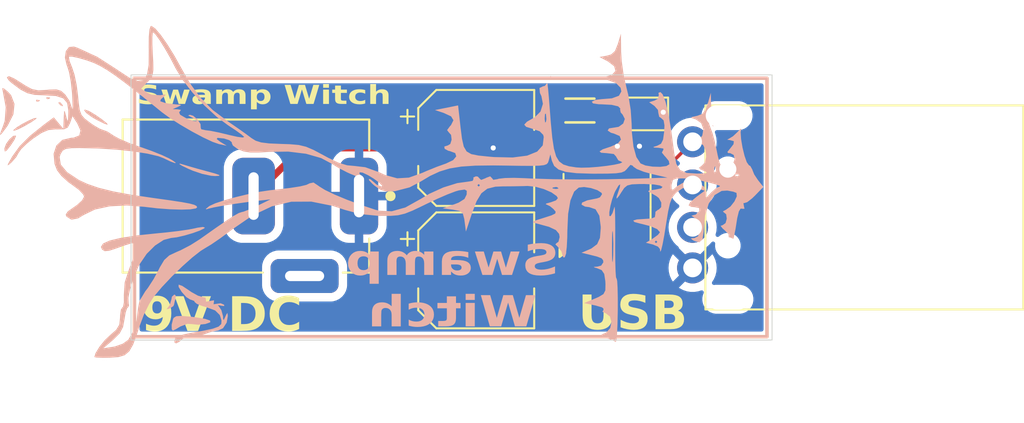
<source format=kicad_pcb>
(kicad_pcb (version 20240108) (generator "pcbnew") (generator_version "8.0")
  (layers (0 "F.Cu" signal) (31 "B.Cu" signal) (34 "B.Paste" user) (35 "F.Paste" user) (36 "B.SilkS" user "B.Silkscreen") (37 "F.SilkS" user "F.Silkscreen") (38 "B.Mask" user) (39 "F.Mask" user) (44 "Edge.Cuts" user))
  (net 0 "")
  (net 1 "Net-(U3-CAP-)")
  (net 2 "+9V")
  (net 3 "GND")
  (net 4 "+5V")
  (net 5 "Net-(D1-A)")
  (net 8 "Net-(U3-CAP+)")
  (footprint "swamp-witch:USB A RAPHCUA20E" (layer "F.Cu") (at 174.4264 92.7 180)
    (property "Reference" "J2" (hide yes))
    (property "Value" "USB_A")
    (fp_rect (start -9.35 -6) (end 9.35 6) (stroke (width 0.12)) (fill none) (layer "F.SilkS"))
    (pad "" np_thru_hole oval (at 8.0264 -5.4 180) (size 2.5 1.2) (drill oval 2.5 1.2) (layers "F&B.Cu" "*.Mask"))
    (pad "" np_thru_hole circle (at 8.0264 -2.25 180) (size 1 1) (drill 1) (layers "F&B.Cu" "*.Mask"))
    (pad "" np_thru_hole circle (at 8.0264 2.25 180) (size 1 1) (drill 1) (layers "F&B.Cu" "*.Mask"))
    (pad "" np_thru_hole oval (at 8.0772 5.4 180) (size 2.5 1.2) (drill oval 2.5 1.2) (layers "F&B.Cu" "*.Mask"))
    (pad "1" thru_hole circle (at 10.1 3.8608 180) (size 1.824 1.824) (drill 1.1) (layers "*.Cu" "*.Mask") (net 4 "+5V"))
    (pad "2" thru_hole circle (at 10.1 1.3208 180) (size 1.824 1.824) (drill 1.1) (layers "*.Cu" "*.Mask"))
    (pad "3" thru_hole circle (at 10.1 -1.1684 180) (size 1.824 1.824) (drill 1.1) (layers "*.Cu" "*.Mask"))
    (pad "4" thru_hole circle (at 10.1 -3.556 180) (size 1.824 1.824) (drill 1.1) (layers "*.Cu" "*.Mask") (net 3 "GND"))
  )
  (footprint "swamp-witch:power_jack" (layer "F.Cu") (at 138.05675 92.03175 180)
    (property "Reference" "J1" (hide yes))
    (property "Value" "dc_jack" (hide yes))
    (fp_line (start 7.25 4.5) (end 7.25 -4.5) (stroke (width 0.127)) (layer "F.SilkS"))
    (fp_line (start 7.25 4.5) (end -7.25 4.5) (stroke (width 0.127)) (layer "F.SilkS"))
    (fp_line (start 7.25 -4.5) (end -1 -4.5) (stroke (width 0.127)) (layer "F.SilkS"))
    (fp_line (start -7.25 4.5) (end -7.25 2.7) (stroke (width 0.127)) (layer "F.SilkS"))
    (fp_line (start -7.25 -2.5) (end -7.25 -4.5) (stroke (width 0.127)) (layer "F.SilkS"))
    (fp_line (start -7.25 -4.5) (end -5.7 -4.5) (stroke (width 0.127)) (layer "F.SilkS"))
    (fp_circle (center -8.5 0) (end -8.35 0) (stroke (width 0.3)) (fill none) (layer "F.SilkS"))
    (pad "1" thru_hole roundrect (at -6.65 0 270) (size 4.500001 2.25) (drill oval 2.5 0.6) (layers "*.Cu" "*.Mask") (net 3 "GND"))
    (pad "2" thru_hole roundrect (at -3.45 -4.7 180) (size 4 2) (drill oval 2.3 0.6) (layers "*.Cu" "*.Mask"))
    (pad "3" thru_hole roundrect (at -0.45 0 90) (size 4.5 2.5) (drill oval 2.8 0.6) (layers "*.Cu" "*.Mask") (net 2 "+9V"))
  )
  (footprint "LED_SMD:LED_0805_2012Metric" (layer "F.Cu") (at 161.2 87.2 180)
    (property "Reference" "D1" (hide yes))
    (property "Value" "LED")
    (fp_line (start 1 -0.96) (end -1.685 -0.96) (stroke (width 0.12)) (layer "F.SilkS"))
    (fp_line (start -1.685 0.96) (end 1 0.96) (stroke (width 0.12)) (layer "F.SilkS"))
    (fp_line (start -1.685 -0.96) (end -1.685 0.96) (stroke (width 0.12)) (layer "F.SilkS"))
    (pad "1" smd roundrect (at -0.9375 0 180) (size 0.975 1.4) (layers "F.Cu" "F.Paste" "F.Mask") (net 3 "GND"))
    (pad "2" smd roundrect (at 0.9375 0 180) (size 0.975 1.4) (layers "F.Cu" "F.Paste" "F.Mask") (net 5 "Net-(D1-A)"))
  )
  (footprint "Capacitor_SMD:CP_Elec_6.3x5.4" (layer "F.Cu") (at 151.6 96.4)
    (property "Reference" "C4" (hide yes))
    (property "Value" "10uF")
    (fp_line (start -4.4375 -1.8475) (end -3.65 -1.8475) (stroke (width 0.12)) (layer "F.SilkS"))
    (fp_line (start -4.04375 -2.24125) (end -4.04375 -1.45375) (stroke (width 0.12)) (layer "F.SilkS"))
    (fp_line (start -3.41 -2.345563) (end -3.41 -1.06) (stroke (width 0.12)) (layer "F.SilkS"))
    (fp_line (start -3.41 -2.345563) (end -2.345563 -3.41) (stroke (width 0.12)) (layer "F.SilkS"))
    (fp_line (start -3.41 2.345563) (end -3.41 1.06) (stroke (width 0.12)) (layer "F.SilkS"))
    (fp_line (start -3.41 2.345563) (end -2.345563 3.41) (stroke (width 0.12)) (layer "F.SilkS"))
    (fp_line (start -2.345563 -3.41) (end 3.41 -3.41) (stroke (width 0.12)) (layer "F.SilkS"))
    (fp_line (start -2.345563 3.41) (end 3.41 3.41) (stroke (width 0.12)) (layer "F.SilkS"))
    (fp_line (start 3.41 -3.41) (end 3.41 -1.06) (stroke (width 0.12)) (layer "F.SilkS"))
    (fp_line (start 3.41 3.41) (end 3.41 1.06) (stroke (width 0.12)) (layer "F.SilkS"))
    (pad "1" smd roundrect (at -2.8 0) (size 3.5 1.6) (layers "F.Cu" "F.Paste" "F.Mask") (roundrect_rratio 0.15625) (net 8 "Net-(U3-CAP+)"))
    (pad "2" smd roundrect (at 2.8 0) (size 3.5 1.6) (layers "F.Cu" "F.Paste" "F.Mask") (roundrect_rratio 0.15625) (net 1 "Net-(U3-CAP-)"))
  )
  (footprint "swamp-witch:R_0603" (layer "F.Cu") (at 157.7 87 180)
    (property "Reference" "R3" (hide yes))
    (property "Value" "4k7" (hide yes))
    (fp_line (start 0.85 0.7) (end -0.85 0.7) (stroke (width 0.15)) (layer "F.SilkS"))
    (fp_line (start -0.85 -0.7) (end 0.85 -0.7) (stroke (width 0.15)) (layer "F.SilkS"))
    (pad "1" smd rect (at -0.85 0 180) (size 1 1) (layers "F.Cu" "F.Paste" "F.Mask") (net 5 "Net-(D1-A)"))
    (pad "2" smd rect (at 0.85 0 180) (size 1 1) (layers "F.Cu" "F.Paste" "F.Mask") (net 2 "+9V"))
  )
  (footprint "Package_SO:SOIC-8_3.9x4.9mm_P1.27mm" (layer "F.Cu") (at 159.295 92.675 90)
    (property "Reference" "U3" (hide yes))
    (property "Value" "LTC660")
    (fp_line (start 0 -2.56) (end 1.95 -2.56) (stroke (width 0.12)) (layer "F.SilkS"))
    (fp_line (start 0 -2.56) (end -1.95 -2.56) (stroke (width 0.12)) (layer "F.SilkS"))
    (fp_line (start 0 2.56) (end 1.95 2.56) (stroke (width 0.12)) (layer "F.SilkS"))
    (fp_line (start 0 2.56) (end -1.95 2.56) (stroke (width 0.12)) (layer "F.SilkS"))
    (fp_poly (pts (xy -2.7 -2.465) (xy -2.94 -2.795) (xy -2.46 -2.795) (xy -2.7 -2.465)) (stroke (width 0.12)) (fill solid) (layer "F.SilkS"))
    (pad "1" smd roundrect (at -2.475 -1.905 90) (size 1.95 0.6) (layers "F.Cu" "F.Paste" "F.Mask") (net 2 "+9V"))
    (pad "2" smd roundrect (at -2.475 -0.635 90) (size 1.95 0.6) (layers "F.Cu" "F.Paste" "F.Mask") (net 8 "Net-(U3-CAP+)"))
    (pad "3" smd roundrect (at -2.475 0.635 90) (size 1.95 0.6) (layers "F.Cu" "F.Paste" "F.Mask") (net 4 "+5V"))
    (pad "4" smd roundrect (at -2.475 1.905 90) (size 1.95 0.6) (layers "F.Cu" "F.Paste" "F.Mask") (net 1 "Net-(U3-CAP-)"))
    (pad "5" smd roundrect (at 2.475 1.905 90) (size 1.95 0.6) (layers "F.Cu" "F.Paste" "F.Mask") (net 3 "GND"))
    (pad "6" smd roundrect (at 2.475 0.635 90) (size 1.95 0.6) (layers "F.Cu" "F.Paste" "F.Mask") (net 3 "GND"))
    (pad "7" smd roundrect (at 2.475 -0.635 90) (size 1.95 0.6) (layers "F.Cu" "F.Paste" "F.Mask"))
    (pad "8" smd roundrect (at 2.475 -1.905 90) (size 1.95 0.6) (layers "F.Cu" "F.Paste" "F.Mask") (net 2 "+9V"))
  )
  (footprint "Capacitor_SMD:CP_Elec_6.3x5.4" (layer "F.Cu") (at 151.6 89.2)
    (property "Reference" "C5" (hide yes))
    (property "Value" "10uF")
    (fp_line (start -4.4375 -1.8475) (end -3.65 -1.8475) (stroke (width 0.12)) (layer "F.SilkS"))
    (fp_line (start -4.04375 -2.24125) (end -4.04375 -1.45375) (stroke (width 0.12)) (layer "F.SilkS"))
    (fp_line (start -3.41 -2.345563) (end -3.41 -1.06) (stroke (width 0.12)) (layer "F.SilkS"))
    (fp_line (start -3.41 -2.345563) (end -2.345563 -3.41) (stroke (width 0.12)) (layer "F.SilkS"))
    (fp_line (start -3.41 2.345563) (end -3.41 1.06) (stroke (width 0.12)) (layer "F.SilkS"))
    (fp_line (start -3.41 2.345563) (end -2.345563 3.41) (stroke (width 0.12)) (layer "F.SilkS"))
    (fp_line (start -2.345563 -3.41) (end 3.41 -3.41) (stroke (width 0.12)) (layer "F.SilkS"))
    (fp_line (start -2.345563 3.41) (end 3.41 3.41) (stroke (width 0.12)) (layer "F.SilkS"))
    (fp_line (start 3.41 -3.41) (end 3.41 -1.06) (stroke (width 0.12)) (layer "F.SilkS"))
    (fp_line (start 3.41 3.41) (end 3.41 1.06) (stroke (width 0.12)) (layer "F.SilkS"))
    (pad "1" smd roundrect (at -2.8 0) (size 3.5 1.6) (layers "F.Cu" "F.Paste" "F.Mask") (roundrect_rratio 0.15625) (net 2 "+9V"))
    (pad "2" smd roundrect (at 2.8 0) (size 3.5 1.6) (layers "F.Cu" "F.Paste" "F.Mask") (roundrect_rratio 0.15625) (net 3 "GND"))
  )
  (footprint "swamp-witch-designs:season of the witch - tree" (layer "B.Cu") (at 143.05 93.59 90)
    (property "Reference" "G***" (hide yes))
    (property "Value" "LOGO" (hide yes))
    (fp_poly (pts (xy 8.617857 12.926786) (xy 8.542261 12.851191) (xy 8.466666 12.926786) (xy 8.542261 13.002381)) (fill solid) (layer "B.SilkS"))
    (fp_poly (pts (xy 7.206746 -17.13492) (xy 7.22484 -17.314348) (xy 7.206746 -17.336508) (xy 7.116863 -17.315754) (xy 7.105952 -17.235714) (xy 7.16127 -17.111267)) (fill solid) (layer "B.SilkS"))
    (fp_poly (pts (xy 7.357936 -16.530158) (xy 7.376031 -16.709586) (xy 7.357936 -16.731746) (xy 7.268053 -16.710992) (xy 7.257142 -16.630952) (xy 7.312461 -16.506505)) (fill solid) (layer "B.SilkS"))
    (fp_poly (pts (xy 6.931401 -15.784967) (xy 7.093711 -15.9372) (xy 7.060416 -16.024718) (xy 7.039279 -16.02619) (xy 6.9114 -15.918803) (xy 6.864729 -15.851639) (xy 6.846909 -15.748181)) (fill solid) (layer "B.SilkS"))
    (fp_poly (pts (xy 5.841887 -13.170387) (xy 6.078111 -13.467158) (xy 6.336839 -13.837879) (xy 6.560249 -14.213074) (xy 6.646287 -14.455944) (xy 6.609468 -14.513014) (xy 6.443402 -14.388688) (xy 6.207839 -14.069281) (xy 6.027206 -13.758883) (xy 5.808245 -13.31416) (xy 5.749202 -13.118691)) (fill solid) (layer "B.SilkS"))
    (fp_poly (pts (xy 5.116123 -18.521678) (xy 5.099967 -18.680844) (xy 4.907513 -18.899978) (xy 4.630688 -19.099446) (xy 4.361419 -19.199615) (xy 4.331717 -19.20119) (xy 4.176407 -19.173769) (xy 4.232285 -19.064797) (xy 4.520818 -18.834215) (xy 4.533311 -18.824986) (xy 4.862908 -18.608868) (xy 5.081538 -18.515449)) (fill solid) (layer "B.SilkS"))
    (fp_poly (pts (xy 6.137303 -17.459379) (xy 6.002278 -17.777476) (xy 5.805045 -18.1521) (xy 5.597526 -18.485161) (xy 5.431639 -18.678565) (xy 5.42348 -18.683999) (xy 5.395008 -18.624868) (xy 5.495567 -18.362936) (xy 5.672546 -18.013142) (xy 5.907276 -17.608798) (xy 6.08566 -17.350951) (xy 6.158202 -17.2959)) (fill solid) (layer "B.SilkS"))
    (fp_poly (pts (xy -4.270869 -9.131109) (xy -4.233334 -9.206443) (xy -4.358333 -9.347055) (xy -4.505477 -9.373809) (xy -4.846705 -9.474153) (xy -4.968005 -9.562797) (xy -5.098439 -9.6626) (xy -5.067674 -9.51386) (xy -5.057663 -9.487202) (xy -4.91668 -9.264893) (xy -4.834285 -9.222619) (xy -4.597383 -9.173381) (xy -4.472485 -9.130848)) (fill solid) (layer "B.SilkS"))
    (fp_poly (pts (xy 2.880593 -6.794217) (xy 3.008204 -7.257143) (xy 3.160365 -7.818253) (xy 3.298356 -8.303871) (xy 3.38306 -8.580059) (xy 3.466132 -8.871333) (xy 3.443216 -8.91628) (xy 3.334862 -8.743204) (xy 3.161621 -8.380411) (xy 3.05163 -8.123566) (xy 2.865692 -7.574559) (xy 2.752251 -7.044151) (xy 2.734737 -6.800649) (xy 2.751881 -6.566018) (xy 2.795724 -6.555902)) (fill solid) (layer "B.SilkS"))
    (fp_poly (pts (xy 7.492985 -18.803309) (xy 7.694303 -18.988038) (xy 7.900022 -19.242664) (xy 7.905675 -19.327501) (xy 7.759366 -19.301463) (xy 6.783072 -19.12042) (xy 5.976819 -19.181709) (xy 5.705438 -19.271573) (xy 5.354411 -19.405808) (xy 5.156566 -19.457349) (xy 5.140476 -19.450567) (xy 5.252936 -19.338837) (xy 5.537957 -19.120851) (xy 5.715567 -18.994966) (xy 6.368774 -18.667145) (xy 6.974715 -18.603212)) (fill solid) (layer "B.SilkS"))
    (fp_poly (pts (xy -5.76473 -7.098314) (xy -5.663766 -7.39027) (xy -5.567964 -7.959484) (xy -5.53239 -8.259415) (xy -5.488482 -8.786972) (xy -5.507573 -9.089439) (xy -5.599927 -9.239473) (xy -5.676568 -9.27995) (xy -6.007558 -9.361886) (xy -6.27103 -9.357856) (xy -6.35 -9.292895) (xy -6.275669 -9.120973) (xy -6.110677 -8.846726) (xy -5.955234 -8.436041) (xy -5.970753 -8.168291) (xy -6.010171 -7.796066) (xy -5.965705 -7.37956) (xy -5.866746 -7.091962)) (fill solid) (layer "B.SilkS"))
    (fp_poly (pts (xy -5.313732 -6.079988) (xy -5.407739 -6.149812) (xy -5.518453 -6.198809) (xy -5.732319 -6.299883) (xy -5.665203 -6.33258) (xy -5.510893 -6.339373) (xy -5.151888 -6.437574) (xy -4.997272 -6.538988) (xy -4.854947 -6.640492) (xy -4.876056 -6.495117) (xy -4.889707 -6.45554) (xy -4.911067 -6.268922) (xy -4.830214 -6.279276) (xy -4.745033 -6.481133) (xy -4.772548 -6.684038) (xy -4.803419 -6.897297) (xy -4.686905 -6.879166) (xy -4.570447 -6.866849) (xy -4.606697 -7.091262) (xy -4.61131 -7.105952) (xy -4.650186 -7.343642) (xy -4.551912 -7.342748) (xy -4.414017 -7.369623) (xy -4.384524 -7.521227) (xy -4.298254 -7.816938) (xy -4.083493 -8.205272) (xy -4.006548 -8.315476) (xy -3.723279 -8.738248) (xy -3.64929 -8.951927) (xy -3.783956 -8.952756) (xy -4.082143 -8.769047) (xy -4.381913 -8.501229) (xy -4.531787 -8.26083) (xy -4.535715 -8.229585) (xy -4.610797 -8.034944) (xy -4.668957 -8.013095) (xy -4.780854 -7.880425) (xy -4.913505 -7.543746) (xy -4.975091 -7.326477) (xy -5.16855 -6.804363) (xy -5.432927 -6.53714) (xy -5.484408 -6.514796) (xy -5.764258 -6.429752) (xy -5.967039 -6.44501) (xy -6.117542 -6.601866) (xy -6.24056 -6.94162) (xy -6.360885 -7.505567) (xy -6.475047 -8.164956) (xy -6.568677 -8.619789) (xy -6.670094 -8.959919) (xy -6.705031 -9.034302) (xy -6.891296 -9.199218) (xy -7.062985 -9.19424) (xy -7.105953 -9.089941) (xy -7.002311 -8.894451) (xy -6.868656 -8.760324) (xy -6.702962 -8.456197) (xy -6.709541 -8.264417) (xy -6.705324 -7.929221) (xy -6.592321 -7.500695) (xy -6.568861 -7.441642) (xy -6.422067 -7.017904) (xy -6.351184 -6.671038) (xy -6.35 -6.639236) (xy -6.216204 -6.341889) (xy -5.884008 -6.125477) (xy -5.490595 -6.058245)) (fill solid) (layer "B.SilkS"))
    (fp_poly (pts (xy 2.50439 25.116964) (xy 2.835449 24.897163) (xy 3.089667 24.795987) (xy 3.103618 24.795238) (xy 3.322372 24.674504) (xy 3.373872 24.586675) (xy 3.552549 24.460538) (xy 3.93422 24.327877) (xy 4.420753 24.209668) (xy 4.914016 24.126886) (xy 5.315875 24.10051) (xy 5.501403 24.131901) (xy 5.527231 24.112238) (xy 5.357882 23.947849) (xy 5.347673 23.939013) (xy 5.077597 23.652602) (xy 4.943835 23.434524) (xy 4.876185 23.308066) (xy 4.850031 23.472322) (xy 4.787265 23.701222) (xy 4.608841 23.681956) (xy 4.358631 23.486687) (xy 4.15357 23.320665) (xy 4.087374 23.36607) (xy 4.082142 23.486687) (xy 3.974963 23.694786) (xy 3.729697 23.74763) (xy 3.460751 23.656338) (xy 3.282534 23.43203) (xy 3.275521 23.408286) (xy 3.2295 23.149533) (xy 3.293205 22.979684) (xy 3.521086 22.859239) (xy 3.967597 22.748701) (xy 4.266705 22.689276) (xy 4.808189 22.570907) (xy 5.255945 22.44893) (xy 5.478603 22.365297) (xy 5.793868 22.25079) (xy 5.932174 22.235627) (xy 5.971494 22.29367) (xy 5.820833 22.389921) (xy 5.639718 22.485862) (xy 5.726894 22.489323) (xy 5.896428 22.456954) (xy 6.287738 22.405125) (xy 6.80056 22.369751) (xy 6.954761 22.36462) (xy 7.635119 22.34892) (xy 7.105952 22.199529) (xy 6.642971 22.038664) (xy 6.396412 21.849212) (xy 6.282844 21.563568) (xy 6.275494 21.526606) (xy 6.207367 21.221817) (xy 6.149147 21.205905) (xy 6.064398 21.468935) (xy 6.064367 21.469048) (xy 5.84673 21.780636) (xy 5.490577 21.912149) (xy 5.114204 21.843141) (xy 4.90562 21.669321) (xy 4.747673 21.489491) (xy 4.695974 21.554558) (xy 4.691713 21.64186) (xy 4.559671 21.894389) (xy 4.247311 22.043069) (xy 3.862864 22.074465) (xy 3.514559 21.975142) (xy 3.34352 21.809227) (xy 3.223817 21.64989) (xy 3.124899 21.735252) (xy 3.04321 21.922619) (xy 2.955021 22.106485) (xy 2.907499 22.071099) (xy 2.886799 21.783197) (xy 2.882202 21.535743) (xy 2.921183 20.927083) (xy 3.093362 20.542386) (xy 3.453737 20.320261) (xy 4.057304 20.19932) (xy 4.082142 20.196327) (xy 5.36409 20.026788) (xy 6.372294 19.855894) (xy 7.099212 19.685346) (xy 7.537299 19.516846) (xy 7.674246 19.38619) (xy 7.630397 19.265714) (xy 7.51022 19.287618) (xy 7.286568 19.241137) (xy 7.180847 19.047794) (xy 7.077234 18.721338) (xy 6.86067 19.030527) (xy 6.624784 19.237994) (xy 6.440967 19.261764) (xy 6.223484 19.310469) (xy 6.14568 19.42395) (xy 6.011549 19.571445) (xy 5.714503 19.620575) (xy 5.334676 19.602307) (xy 4.878834 19.538346) (xy 4.636542 19.417928) (xy 4.519169 19.195578) (xy 4.515243 19.181872) (xy 4.444685 18.962469) (xy 4.412231 19.010891) (xy 4.397279 19.276786) (xy 4.355561 19.553088) (xy 4.270253 19.55694) (xy 4.261874 19.544575) (xy 4.117828 19.467361) (xy 3.900662 19.643186) (xy 3.878971 19.668153) (xy 3.622434 19.876386) (xy 3.432342 19.913556) (xy 3.324386 19.734607) (xy 3.278084 19.367904) (xy 3.290352 18.921063) (xy 3.358108 18.501702) (xy 3.478269 18.217436) (xy 3.481024 18.214063) (xy 3.851356 17.969899) (xy 4.475166 17.796552) (xy 5.309821 17.703565) (xy 5.821314 17.690129) (xy 6.626956 17.635919) (xy 7.494539 17.4951) (xy 7.9375 17.386905) (xy 8.670087 17.223047) (xy 9.483886 17.108587) (xy 10.053685 17.072905) (xy 11.1125 17.061286) (xy 10.508416 16.879263) (xy 10.095474 16.712635) (xy 9.890301 16.485787) (xy 9.820798 16.248323) (xy 9.737263 15.799405) (xy 9.471196 16.300176) (xy 9.192938 16.660673) (xy 8.921537 16.739741) (xy 8.701797 16.539917) (xy 8.605753 16.25113) (xy 8.515724 15.799405) (xy 8.394752 16.252977) (xy 8.193231 16.779347) (xy 7.927191 17.040457) (xy 7.709835 17.084524) (xy 7.458636 16.943053) (xy 7.30678 16.527379) (xy 7.259207 15.921721) (xy 7.214671 15.558609) (xy 7.109958 15.348478) (xy 7.105952 15.345834) (xy 7.009384 15.416982) (xy 6.959258 15.744426) (xy 6.954761 15.929307) (xy 6.923109 16.519966) (xy 6.835293 16.898535) (xy 6.702021 17.026585) (xy 6.653669 17.009725) (xy 6.473977 17.047483) (xy 6.351255 17.158607) (xy 6.094798 17.289137) (xy 5.823549 17.193457) (xy 5.631765 16.927391) (xy 5.594047 16.710151) (xy 5.53951 16.361152) (xy 5.415553 16.278711) (xy 5.281656 16.473685) (xy 5.235984 16.644782) (xy 5.090695 16.986535) (xy 4.880332 17.061514) (xy 4.655547 16.882303) (xy 4.466993 16.461488) (xy 4.464625 16.453136) (xy 4.308547 15.988686) (xy 4.185606 15.801164) (xy 4.106644 15.896959) (xy 4.082142 16.227778) (xy 4.033029 16.638189) (xy 3.880541 16.781591) (xy 3.866443 16.782143) (xy 3.658759 16.907823) (xy 3.599551 17.046727) (xy 3.544368 17.144115) (xy 3.476413 16.999368) (xy 3.403759 16.672012) (xy 3.334477 16.221573) (xy 3.276639 15.707577) (xy 3.238317 15.18955) (xy 3.227581 14.727019) (xy 3.244939 14.4316) (xy 3.311541 14.001882) (xy 3.415879 13.673425) (xy 3.596977 13.428758) (xy 3.89386 13.250408) (xy 4.345556 13.120906) (xy 4.991088 13.022778) (xy 5.869483 12.938554) (xy 6.727976 12.872266) (xy 7.372346 12.821348) (xy 7.865973 12.776138) (xy 8.156932 12.741839) (xy 8.202083 12.724531) (xy 8.033591 12.578283) (xy 8.013095 12.473215) (xy 7.914026 12.271201) (xy 7.62645 12.29558) (xy 7.434582 12.383571) (xy 6.981894 12.472501) (xy 6.526191 12.327699) (xy 6.190973 11.990075) (xy 6.178963 11.967652) (xy 5.93126 11.5323) (xy 5.759684 11.373347) (xy 5.631853 11.484956) (xy 5.518452 11.848549) (xy 5.368032 12.283479) (xy 5.1612 12.48618) (xy 5.034882 12.520506) (xy 4.541817 12.462644) (xy 4.174929 12.135014) (xy 3.936387 11.543628) (xy 3.828355 10.6945) (xy 3.853 9.59364) (xy 3.877421 9.307997) (xy 3.940857 8.686512) (xy 4.025627 8.260534) (xy 4.184082 7.985762) (xy 4.468573 7.817899) (xy 4.931452 7.712643) (xy 5.62507 7.625697) (xy 5.902069 7.594757) (xy 6.890448 7.483929) (xy 6.6181 6.123215) (xy 6.446252 6.641026) (xy 6.246997 7.071062) (xy 6.017634 7.20987) (xy 5.733951 7.068546) (xy 5.661543 7.000659) (xy 5.437266 6.836335) (xy 5.329014 6.918315) (xy 5.156795 7.069935) (xy 4.874969 7.103383) (xy 4.62278 7.025528) (xy 4.535714 6.879167) (xy 4.471494 6.671939) (xy 4.337437 6.692863) (xy 4.221445 6.912116) (xy 4.206051 6.991015) (xy 4.086736 7.313892) (xy 3.892233 7.375721) (xy 3.67155 7.191152) (xy 3.473697 6.774834) (xy 3.472726 6.771816) (xy 3.279879 6.234837) (xy 3.031678 5.622899) (xy 2.918842 5.367262) (xy 2.644281 4.590804) (xy 2.603688 3.902017) (xy 2.798306 3.195512) (xy 2.948214 2.872619) (xy 3.255274 2.025328) (xy 3.32619 1.422151) (xy 3.369128 0.957045) (xy 3.518571 0.465138) (xy 3.805463 -0.144035) (xy 3.959826 -0.430282) (xy 4.268826 -1.009896) (xy 4.459153 -1.454555) (xy 4.562038 -1.881346) (xy 4.60871 -2.407354) (xy 4.625326 -2.925381) (xy 4.654675 -3.624292) (xy 4.713299 -4.098337) (xy 4.816457 -4.424704) (xy 4.969982 -4.668747) (xy 5.20862 -4.989414) (xy 5.545496 -5.464647) (xy 5.911677 -5.997043) (xy 5.946883 -6.049128) (xy 6.624347 -6.949975) (xy 7.343542 -7.669246) (xy 8.197026 -8.288558) (xy 9.014683 -8.754301) (xy 9.798527 -9.188879) (xy 10.484558 -9.613106) (xy 11.033618 -9.99861) (xy 11.406549 -10.31702) (xy 11.564193 -10.539965) (xy 11.557719 -10.596846) (xy 11.364726 -10.667261) (xy 10.927992 -10.707406) (xy 10.305059 -10.712772) (xy 10.134723 -10.708398) (xy 9.272394 -10.715769) (xy 8.691931 -10.814631) (xy 8.381602 -11.024133) (xy 8.329674 -11.363425) (xy 8.524414 -11.851655) (xy 8.954088 -12.507972) (xy 8.99654 -12.565978) (xy 9.748982 -13.735777) (xy 10.275443 -14.879482) (xy 10.352225 -15.105431) (xy 10.325372 -15.397713) (xy 10.083788 -15.585763) (xy 9.705184 -15.642239) (xy 9.267271 -15.539797) (xy 9.202856 -15.509826) (xy 8.843023 -15.396503) (xy 8.288782 -15.295232) (xy 7.648029 -15.22483) (xy 7.518816 -15.216099) (xy 7.015547 -15.191116) (xy 6.715774 -15.186873) (xy 6.659254 -15.20327) (xy 6.727976 -15.218069) (xy 7.177118 -15.380814) (xy 7.536749 -15.622523) (xy 7.749263 -15.863651) (xy 7.834552 -16.136996) (xy 7.821633 -16.559413) (xy 7.805943 -16.706547) (xy 7.776542 -17.202275) (xy 7.852808 -17.576941) (xy 8.074065 -17.98453) (xy 8.168897 -18.12781) (xy 8.48529 -18.632551) (xy 8.610348 -18.931769) (xy 8.552333 -19.047093) (xy 8.521131 -19.05) (xy 8.361257 -18.945744) (xy 8.213609 -18.785416) (xy 7.828049 -18.268984) (xy 7.607343 -17.853184) (xy 7.507101 -17.420354) (xy 7.482937 -16.852833) (xy 7.482932 -16.848597) (xy 7.443565 -16.169304) (xy 7.304426 -15.738776) (xy 7.031324 -15.510591) (xy 6.590065 -15.43833) (xy 6.44488 -15.439316) (xy 6.069846 -15.454452) (xy 5.975087 -15.481404) (xy 6.138543 -15.537418) (xy 6.274404 -15.572619) (xy 6.54366 -15.646629) (xy 6.561038 -15.683912) (xy 6.305538 -15.703681) (xy 6.123214 -15.710951) (xy 5.518452 -15.733869) (xy 6.19048 -16.294701) (xy 5.757252 -16.8786) (xy 5.097681 -17.701935) (xy 4.496948 -18.301216) (xy 3.898804 -18.732011) (xy 3.855357 -18.75742) (xy 3.495014 -18.961484) (xy 3.359405 -19.01606) (xy 3.411879 -18.923684) (xy 3.535118 -18.779568) (xy 3.843136 -18.504224) (xy 4.095045 -18.365547) (xy 4.326114 -18.202458) (xy 4.649186 -17.866612) (xy 4.938415 -17.504413) (xy 5.272768 -17.004082) (xy 5.439348 -16.606856) (xy 5.481801 -16.19966) (xy 5.479091 -16.103672) (xy 5.485809 -15.691159) (xy 5.587796 -15.472258) (xy 5.836707 -15.341361) (xy 5.855161 -15.334801) (xy 6.258519 -15.192947) (xy 5.838473 -14.917723) (xy 5.411398 -14.726175) (xy 5.126753 -14.796037) (xy 4.996483 -15.12242) (xy 4.989285 -15.265493) (xy 4.865545 -15.788888) (xy 4.531218 -16.143931) (xy 4.041647 -16.306204) (xy 3.452175 -16.251287) (xy 3.080849 -16.107579) (xy 2.740966 -15.849447) (xy 2.373226 -15.440624) (xy 2.204149 -15.200437) (xy 1.917886 -14.814912) (xy 1.651315 -14.565988) (xy 1.525671 -14.514285) (xy 1.30523 -14.633918) (xy 1.030896 -14.936328) (xy 0.91168 -15.111705) (xy 0.655612 -15.474653) (xy 0.469617 -15.594929) (xy 0.346822 -15.546764) (xy 0.167994 -15.255589) (xy 0.243749 -14.866748) (xy 0.460225 -14.50494) (xy 0.769017 -13.859795) (xy 0.954064 -13.001672) (xy 1.006541 -11.997283) (xy 0.92687 -10.977727) (xy 0.836018 -10.197375) (xy 0.780571 -9.445596) (xy 0.761116 -8.779865) (xy 0.778238 -8.257658) (xy 0.832521 -7.936449) (xy 0.89513 -7.861904) (xy 0.974143 -7.898701) (xy 1.046356 -8.03551) (xy 1.120233 -8.311961) (xy 1.204241 -8.767685) (xy 1.306845 -9.442309) (xy 1.436512 -10.375465) (xy 1.444199 -10.432143) (xy 1.638686 -11.743901) (xy 1.83524 -12.799526) (xy 2.045128 -13.645124) (xy 2.279614 -14.326803) (xy 2.520495 -14.837355) (xy 2.967718 -15.510247) (xy 3.412356 -15.880789) (xy 3.854397 -15.948971) (xy 4.025256 -15.893985) (xy 4.223787 -15.772304) (xy 4.331712 -15.582523) (xy 4.375492 -15.242181) (xy 4.382063 -14.78211) (xy 4.355811 -13.685125) (xy 4.287455 -12.612912) (xy 4.184114 -11.62471) (xy 4.052908 -10.779756) (xy 3.900955 -10.137288) (xy 3.788706 -9.844913) (xy 3.587042 -9.418436) (xy 3.496422 -9.16597) (xy 3.517665 -9.117187) (xy 3.651588 -9.301758) (xy 3.779889 -9.525) (xy 3.967065 -9.925348) (xy 4.197925 -10.501863) (xy 4.427687 -11.14156) (xy 4.465383 -11.254431) (xy 4.686872 -11.8652) (xy 4.918082 -12.404564) (xy 5.116099 -12.774382) (xy 5.15195 -12.824522) (xy 5.358974 -13.142676) (xy 5.442857 -13.378062) (xy 5.526084 -13.600427) (xy 5.737643 -13.958623) (xy 5.880319 -14.165673) (xy 6.117198 -14.474269) (xy 6.333021 -14.661557) (xy 6.616588 -14.76698) (xy 7.056701 -14.829982) (xy 7.45667 -14.865844) (xy 8.10028 -14.948871) (xy 8.700328 -15.074699) (xy 9.128661 -15.216356) (xy 9.133975 -15.218869) (xy 9.494648 -15.362188) (xy 9.728768 -15.402442) (xy 9.75755 -15.390465) (xy 9.757359 -15.214666) (xy 9.675221 -14.835212) (xy 9.528883 -14.333922) (xy 9.52736 -14.329206) (xy 9.392777 -13.961) (xy 9.216273 -13.586222) (xy 8.973807 -13.170111) (xy 8.64134 -12.677911) (xy 8.194832 -12.074862) (xy 7.610242 -11.326205) (xy 6.863529 -10.397181) (xy 6.490605 -9.938491) (xy 6.142052 -9.460545) (xy 5.749635 -8.844719) (xy 5.356905 -8.169071) (xy 5.007416 -7.511661) (xy 4.744718 -6.950548) (xy 4.615 -6.576785) (xy 4.518461 -6.123214) (xy 4.748515 -6.50119) (xy 4.912533 -6.711676) (xy 4.981324 -6.666159) (xy 4.981863 -6.652381) (xy 4.943902 -6.281211) (xy 4.844402 -5.970302) (xy 4.720947 -5.821066) (xy 4.676154 -5.827477) (xy 4.531757 -5.761398) (xy 4.339032 -5.497482) (xy 4.300932 -5.427393) (xy 4.202739 -5.182265) (xy 5.001763 -5.182265) (xy 5.042815 -5.496509) (xy 5.148901 -5.96993) (xy 5.161665 -6.01938) (xy 5.29806 -6.58707) (xy 5.396423 -7.081426) (xy 5.434141 -7.379458) (xy 5.485442 -7.617495) (xy 5.569408 -7.650347) (xy 5.79225 -7.664014) (xy 6.06646 -7.843364) (xy 6.282507 -8.098061) (xy 6.340416 -8.286251) (xy 6.301318 -8.394172) (xy 6.199001 -8.212161) (xy 6.185978 -8.180133) (xy 6.053548 -7.938952) (xy 5.962295 -7.896831) (xy 5.971284 -8.069145) (xy 6.089995 -8.402871) (xy 6.145116 -8.52434) (xy 6.345577 -8.865901) (xy 6.490241 -8.92376) (xy 6.527257 -8.883237) (xy 6.625939 -8.815007) (xy 6.660692 -8.995833) (xy 6.673633 -9.298214) (xy 6.803571 -8.995833) (xy 6.899568 -8.804746) (xy 6.9368 -8.884919) (xy 6.946199 -9.071428) (xy 6.995397 -9.524425) (xy 7.050976 -9.793105) (xy 7.136816 -10.030764) (xy 7.252124 -9.995623) (xy 7.361593 -9.8687) (xy 7.50963 -9.708402) (xy 7.535238 -9.785308) (xy 7.491181 -10.017036) (xy 7.520485 -10.542118) (xy 7.639855 -10.796129) (xy 7.877474 -11.158781) (xy 8.261256 -10.774998) (xy 8.467353 -10.588301) (xy 8.676722 -10.480424) (xy 8.968937 -10.436733) (xy 9.423577 -10.442591) (xy 9.916567 -10.470543) (xy 10.493127 -10.495939) (xy 10.933189 -10.495188) (xy 11.167303 -10.469238) (xy 11.187824 -10.453209) (xy 11.063799 -10.31433) (xy 10.734771 -10.077128) (xy 10.264672 -9.781512) (xy 9.717434 -9.467395) (xy 9.156989 -9.174686) (xy 9.078576 -9.136464) (xy 8.398156 -8.724666) (xy 7.638845 -8.131508) (xy 6.882105 -7.431988) (xy 6.209397 -6.701107) (xy 5.723008 -6.047062) (xy 5.425057 -5.595384) (xy 5.177133 -5.252004) (xy 5.034757 -5.092984) (xy 5.001763 -5.182265) (xy 4.202739 -5.182265) (xy 4.178148 -5.120875) (xy 4.119521 -4.753191) (xy 4.118394 -4.240875) (xy 4.157628 -3.629959) (xy 4.173091 -2.5049) (xy 4.047275 -1.462269) (xy 3.79328 -0.571708) (xy 3.467157 0.040523) (xy 3.217843 0.442346) (xy 2.953238 0.955919) (xy 2.866078 1.149189) (xy 2.670494 1.633065) (xy 2.582316 1.913417) (xy 2.607328 1.96453) (xy 2.715523 1.818665) (xy 2.881511 1.678693) (xy 2.958604 1.698684) (xy 2.93806 1.869251) (xy 2.778472 2.203544) (xy 2.588849 2.513977) (xy 2.338766 2.855747) (xy 2.167585 3.021246) (xy 2.116666 2.992648) (xy 2.22442 2.704114) (xy 2.343452 2.570238) (xy 2.533836 2.34611) (xy 2.570238 2.237745) (xy 2.486812 2.248627) (xy 2.277098 2.446856) (xy 2.17362 2.56482) (xy 1.928113 2.909856) (xy 1.831156 3.250357) (xy 1.843847 3.730764) (xy 1.847912 3.774155) (xy 2.070253 4.63427) (xy 2.399373 5.261007) (xy 2.746304 5.84434) (xy 3.003098 6.400307) (xy 3.181302 6.988502) (xy 3.292463 7.668513) (xy 3.34813 8.499932) (xy 3.359849 9.54235) (xy 3.352539 10.17971) (xy 3.338282 11.110141) (xy 3.334113 11.782328) (xy 3.345151 12.240369) (xy 3.376515 12.528361) (xy 3.403544 12.605457) (xy 5.875448 12.605457) (xy 6.076263 12.579281) (xy 6.123214 12.578284) (xy 6.381421 12.594627) (xy 6.404154 12.641956) (xy 6.390675 12.647981) (xy 6.090533 12.67789) (xy 5.937103 12.653583) (xy 5.875448 12.605457) (xy 3.403544 12.605457) (xy 3.433324 12.690401) (xy 3.520699 12.770586) (xy 3.643757 12.813013) (xy 3.658705 12.817006) (xy 4.006547 12.909711) (xy 3.62978 13.000375) (xy 3.331186 13.132636) (xy 3.118963 13.390777) (xy 2.980624 13.816572) (xy 2.903685 14.451796) (xy 2.875659 15.338223) (xy 2.874847 15.526249) (xy 2.878503 16.271103) (xy 2.898267 16.772909) (xy 2.943832 17.090931) (xy 3.024891 17.284433) (xy 3.151137 17.412681) (xy 3.187737 17.439286) (xy 3.391468 17.622593) (xy 3.344857 17.751957) (xy 3.291422 17.788038) (xy 3.148632 17.994274) (xy 2.987634 18.403704) (xy 2.860767 18.858137) (xy 2.641546 19.800203) (xy 2.58775 18.02659) (xy 2.548187 16.283178) (xy 2.535916 14.612701) (xy 2.5507 13.084184) (xy 2.592302 11.766652) (xy 2.610433 11.414881) (xy 2.631167 10.778086) (xy 2.619968 10.237605) (xy 2.57975 9.878205) (xy 2.554977 9.80178) (xy 2.515767 9.554584) (xy 2.609243 9.481355) (xy 2.720193 9.373393) (xy 2.634978 9.140069) (xy 2.606754 9.091182) (xy 2.510219 8.842825) (xy 2.568956 8.769048) (xy 2.702761 8.646003) (xy 2.721428 8.533339) (xy 2.648132 8.376849) (xy 2.570238 8.391072) (xy 2.454589 8.340514) (xy 2.417253 8.135411) (xy 2.321092 7.432863) (xy 2.065375 6.6131) (xy 1.689883 5.786277) (xy 1.382583 5.270471) (xy 0.889862 4.386559) (xy 0.665328 3.585191) (xy 0.699977 2.828076) (xy 0.757267 2.611171) (xy 1.040062 1.763766) (xy 1.344953 0.947668) (xy 1.645698 0.225417) (xy 1.916053 -0.340451) (xy 2.129774 -0.6874) (xy 2.152547 -0.713722) (xy 2.356256 -1.018853) (xy 2.309822 -1.242889) (xy 2.216583 -1.438842) (xy 2.12866 -1.805565) (xy 2.039186 -2.382252) (xy 1.941295 -3.208101) (xy 1.904365 -3.557548) (xy 1.817064 -4.152865) (xy 1.675597 -4.853454) (xy 1.500542 -5.580572) (xy 1.312475 -6.255472) (xy 1.131974 -6.799409) (xy 0.979614 -7.133637) (xy 0.964026 -7.156145) (xy 0.801028 -7.357153) (xy 0.779795 -7.315505) (xy 0.816694 -7.197207) (xy 0.894419 -6.876252) (xy 0.993611 -6.333752) (xy 1.10174 -5.648622) (xy 1.206275 -4.899781) (xy 1.28729 -4.233333) (xy 1.363024 -3.552976) (xy 0.993172 -4.308928) (xy 0.785887 -4.761786) (xy 0.647547 -5.119576) (xy 0.61404 -5.255419) (xy 0.561162 -5.414367) (xy 0.400668 -5.701062) (xy 0.114531 -6.143233) (xy -0.315275 -6.768606) (xy -0.906779 -7.604907) (xy -0.982308 -7.710714) (xy -1.323933 -8.251795) (xy -1.628559 -8.83725) (xy -1.72842 -9.071428) (xy -1.931748 -9.503624) (xy -2.199824 -9.798645) (xy -2.632825 -10.057751) (xy -2.770744 -10.125046) (xy -3.31708 -10.419987) (xy -3.835422 -10.754552) (xy -4.049607 -10.918796) (xy -4.609433 -11.256649) (xy -5.032345 -11.340129) (xy -5.733141 -11.420004) (xy -6.403295 -11.629219) (xy -6.891656 -11.913235) (xy -7.122578 -12.237372) (xy -7.283772 -12.693975) (xy -7.299555 -12.779336) (xy -7.392584 -13.380357) (xy -6.89584 -12.797588) (xy -6.51813 -12.415815) (xy -6.142576 -12.219104) (xy -5.694191 -12.135365) (xy -5.280273 -12.064389) (xy -5.026746 -11.974042) (xy -4.989286 -11.92913) (xy -4.877302 -11.863728) (xy -4.757268 -11.891381) (xy -4.42529 -11.906725) (xy -3.910581 -11.806043) (xy -3.298285 -11.613588) (xy -2.673544 -11.35361) (xy -2.419048 -11.225365) (xy -1.838032 -10.828076) (xy -1.351547 -10.338325) (xy -1.020948 -9.830163) (xy -0.907143 -9.400549) (xy -0.866032 -9.058991) (xy -0.761257 -8.60332) (xy -0.620659 -8.123507) (xy -0.472077 -7.709522) (xy -0.343349 -7.451334) (xy -0.290693 -7.408333) (xy -0.256684 -7.536574) (xy -0.304139 -7.856173) (xy -0.333306 -7.975297) (xy -0.410634 -8.368782) (xy -0.496961 -8.968263) (xy -0.579441 -9.678143) (xy -0.622835 -10.129762) (xy -0.751606 -11.378296) (xy -0.894298 -12.333324) (xy -1.053436 -13.003505) (xy -1.231543 -13.397497) (xy -1.431141 -13.523962) (xy -1.591169 -13.452907) (xy -1.683875 -13.295696) (xy -1.656539 -13.022469) (xy -1.50118 -12.557216) (xy -1.495514 -12.542278) (xy -1.333957 -12.090764) (xy -1.230265 -11.750403) (xy -1.209524 -11.640045) (xy -1.335231 -11.51256) (xy -1.683298 -11.522572) (xy -2.210142 -11.663668) (xy -2.721429 -11.862447) (xy -3.51976 -12.124768) (xy -4.258131 -12.175245) (xy -4.271131 -12.174406) (xy -4.688955 -12.172028) (xy -4.947914 -12.2196) (xy -4.989286 -12.262078) (xy -5.123188 -12.348017) (xy -5.456532 -12.394771) (xy -5.576103 -12.397619) (xy -5.996397 -12.441552) (xy -6.302365 -12.62209) (xy -6.566657 -12.926944) (xy -6.898341 -13.281565) (xy -7.304023 -13.610504) (xy -7.685908 -13.842222) (xy -7.90981 -13.909523) (xy -7.939327 -13.772208) (xy -7.952668 -13.41523) (xy -7.948659 -13.00077) (xy -7.912821 -12.495653) (xy -7.804122 -12.128752) (xy -7.573933 -11.853904) (xy -7.173625 -11.624949) (xy -6.554567 -11.395725) (xy -6.109169 -11.254646) (xy -5.437693 -11.003519) (xy -4.794397 -10.689443) (xy -4.35417 -10.40789) (xy -3.78657 -9.927867) (xy -3.174862 -9.350088) (xy -2.57818 -8.737012) (xy -2.055662 -8.151097) (xy -1.666444 -7.654803) (xy -1.50976 -7.403668) (xy -1.288042 -7.03382) (xy -0.940332 -6.523897) (xy -0.531698 -5.968198) (xy -0.414386 -5.816168) (xy 0.410094 -4.616766) (xy 0.954219 -3.466925) (xy 1.225484 -2.323602) (xy 1.231386 -1.143754) (xy 0.979422 0.115661) (xy 0.743369 0.831548) (xy 0.496445 1.745255) (xy 0.396872 2.792481) (xy 0.393524 2.956567) (xy 0.394334 3.522216) (xy 0.430042 3.95687) (xy 0.525188 4.354423) (xy 0.704315 4.808767) (xy 0.991965 5.413796) (xy 1.085096 5.6024) (xy 1.394127 6.254768) (xy 1.656571 6.860999) (xy 1.837208 7.336938) (xy 1.893593 7.534174) (xy 1.94192 7.870824) (xy 1.869779 7.994723) (xy 1.651887 7.987746) (xy 1.387555 7.85781) (xy 1.173524 7.516847) (xy 1.073374 7.257143) (xy 0.837945 6.576786) (xy 0.759151 7.181548) (xy 0.68554 7.572897) (xy 0.535756 7.761624) (xy 0.210924 7.846624) (xy 0.075595 7.865245) (xy -0.529167 7.944181) (xy 0.529166 8.295989) (xy 1.25001 8.569092) (xy 1.456695 8.693453) (xy 2.116666 8.693453) (xy 2.192261 8.617857) (xy 2.267857 8.693453) (xy 2.192261 8.769048) (xy 2.116666 8.693453) (xy 1.456695 8.693453) (xy 1.721024 8.852498) (xy 1.991304 9.202105) (xy 2.109943 9.673812) (xy 2.129036 10.117592) (xy 2.132909 10.729486) (xy 2.145017 11.329883) (xy 2.153405 11.571622) (xy 2.109945 12.024623) (xy 1.970886 12.52406) (xy 1.774782 12.974019) (xy 1.586133 13.241766) (xy 1.977412 13.241766) (xy 2.005209 13.04567) (xy 2.05682 13.043329) (xy 2.092912 13.245681) (xy 2.068756 13.33311) (xy 2.001623 13.390379) (xy 1.977412 13.241766) (xy 1.586133 13.241766) (xy 1.56019 13.278586) (xy 1.437794 13.351795) (xy 1.305958 13.242802) (xy 1.193994 12.940017) (xy 1.191099 12.926786) (xy 1.120843 12.667457) (xy 1.078227 12.637183) (xy 1.076221 12.651403) (xy 0.963259 12.88946) (xy 0.795373 13.092552) (xy 0.641141 13.221486) (xy 0.530811 13.196173) (xy 0.421366 12.970011) (xy 0.282001 12.536387) (xy 0.139091 12.084656) (xy 0.052391 11.892385) (xy -0.007648 11.929069) (xy -0.070573 12.164202) (xy -0.07209 12.170834) (xy -0.251096 12.829782) (xy -0.439607 13.232205) (xy -0.665053 13.423425) (xy -0.849891 13.455953) (xy -1.1269 13.388235) (xy -1.214333 13.266965) (xy -1.284395 13.206371) (xy -1.419988 13.34256) (xy -1.692305 13.558273) (xy -1.877674 13.607143) (xy -2.049991 13.675477) (xy -2.041072 13.758334) (xy -1.857899 13.82421) (xy -1.443053 13.875436) (xy -0.867143 13.905016) (xy -0.515388 13.909524) (xy 0.513033 13.955463) (xy 1.297629 14.090367) (xy 1.821664 14.309871) (xy 2.058657 14.58119) (xy 2.091422 14.896571) (xy 2.030099 15.298191) (xy 1.906064 15.674972) (xy 1.750692 15.915838) (xy 1.671836 15.950596) (xy 1.483238 15.823624) (xy 1.42206 15.657107) (xy 1.307534 15.081215) (xy 1.175667 14.776456) (xy 1.0539 14.743811) (xy 0.939741 14.950176) (xy 0.907142 15.198247) (xy 0.782585 15.566383) (xy 0.403927 15.789629) (xy -0.236307 15.87206) (xy -0.33024 15.872685) (xy -0.902598 15.826954) (xy -1.269589 15.66184) (xy -1.520014 15.327964) (xy -1.592997 15.170484) (xy -1.775973 14.741072) (xy -1.883353 15.194643) (xy -2.003284 15.66821) (xy -2.100419 15.917056) (xy -2.213788 16.012455) (xy -2.338708 16.026191) (xy -2.53144 15.896149) (xy -2.587777 15.686012) (xy -2.608059 15.458989) (xy -2.648157 15.523263) (xy -2.680862 15.648215) (xy -2.797098 15.928658) (xy -3.021224 16.078293) (xy -3.436762 16.141853) (xy -3.619903 16.151168) (xy -3.987059 16.143325) (xy -4.205401 16.03317) (xy -4.376585 15.746652) (xy -4.468369 15.533117) (xy -4.734872 14.892262) (xy -4.875819 15.55931) (xy -4.986233 15.947386) (xy -5.092099 16.072538) (xy -5.133241 16.037898) (xy -5.245947 15.971063) (xy -5.332132 16.1646) (xy -5.526124 16.414161) (xy -5.857013 16.501053) (xy -6.208421 16.427789) (xy -6.463967 16.196883) (xy -6.490493 16.139584) (xy -6.588021 15.920874) (xy -6.666665 15.943745) (xy -6.789203 16.228436) (xy -6.792542 16.236962) (xy -6.928562 16.569118) (xy -2.341824 16.569118) (xy -2.257435 16.550944) (xy -1.921788 16.538902) (xy -1.43631 16.534982) (xy -0.890177 16.539458) (xy -0.563068 16.552146) (xy -0.484105 16.571015) (xy -0.637492 16.590686) (xy -1.240119 16.613469) (xy -1.913164 16.604099) (xy -2.149397 16.591402) (xy -2.341824 16.569118) (xy -6.928562 16.569118) (xy -6.930318 16.573407) (xy -7.020271 16.766128) (xy -6.900235 16.801408) (xy -6.531824 16.833249) (xy -5.969044 16.858547) (xy -5.265901 16.874195) (xy -5.110878 16.875915) (xy -4.396269 16.875968) (xy -3.821181 16.863337) (xy -3.436083 16.840126) (xy -3.29144 16.808437) (xy -3.297247 16.800319) (xy -3.208113 16.769616) (xy -2.863487 16.745402) (xy -2.310216 16.729279) (xy -1.59515 16.722853) (xy -1.082159 16.724508) (xy -0.309854 16.72654) (xy 0.310152 16.720661) (xy 0.737068 16.707908) (xy 0.930104 16.68932) (xy 0.907142 16.673908) (xy 0.557145 16.564726) (xy 0.377976 16.455195) (xy 0.390426 16.379763) (xy 0.612652 16.379501) (xy 0.965729 16.439659) (xy 1.37073 16.545492) (xy 1.748729 16.682251) (xy 1.852083 16.730637) (xy 2.175751 16.919546) (xy 2.250464 17.016473) (xy 2.072569 16.995415) (xy 1.880038 16.929592) (xy 1.505218 16.803244) (xy 1.400788 16.81063) (xy 1.567865 16.950097) (xy 1.776488 17.082867) (xy 2.033687 17.254751) (xy 2.180606 17.433915) (xy 2.248091 17.70574) (xy 2.266987 18.155612) (xy 2.267857 18.443016) (xy 2.243305 18.992054) (xy 2.180924 19.357115) (xy 2.097626 19.509719) (xy 2.010323 19.421383) (xy 1.935927 19.063626) (xy 1.929878 19.012203) (xy 1.883013 18.704371) (xy 1.822891 18.667645) (xy 1.739771 18.823215) (xy 1.555305 19.147557) (xy 1.442969 19.289385) (xy 1.179421 19.432648) (xy 0.908707 19.427799) (xy 0.759856 19.283183) (xy 0.755952 19.24496) (xy 0.636394 19.091116) (xy 0.491369 19.08117) (xy 0.320701 19.054782) (xy 0.23904 18.854614) (xy 0.215986 18.484836) (xy 0.184874 17.997804) (xy 0.120087 17.784007) (xy 0.033075 17.852962) (xy -0.064709 18.214187) (xy -0.070867 18.246417) (xy -0.212782 18.803135) (xy -0.386774 19.193158) (xy -0.563278 19.351635) (xy -0.575064 19.352381) (xy -0.7222 19.236524) (xy -0.926288 18.956088) (xy -0.936184 18.939918) (xy -1.186452 18.527455) (xy -1.289974 18.939918) (xy -1.36768 19.125596) (xy -1.209524 19.125596) (xy -1.133929 19.05) (xy -1.058334 19.125596) (xy -1.133929 19.201191) (xy -1.209524 19.125596) (xy -1.36768 19.125596) (xy -1.415143 19.239008) (xy -1.553494 19.352381) (xy -1.72204 19.372387) (xy -1.621459 19.427426) (xy -1.282004 19.510032) (xy -0.733927 19.612737) (xy -0.067642 19.719128) (xy 0.650927 19.836293) (xy 1.136786 19.946572) (xy 1.45814 20.072816) (xy 1.683191 20.237876) (xy 1.776488 20.336967) (xy 2.021791 20.695889) (xy 2.087831 21.066263) (xy 1.994494 21.572273) (xy 1.981747 21.618711) (xy 1.876969 21.995159) (xy 1.514813 21.505318) (xy 1.203405 21.136534) (xy 1.008274 21.039212) (xy 0.917334 21.211034) (xy 0.907142 21.388708) (xy 0.854857 21.656924) (xy 0.680357 21.674913) (xy 0.473532 21.465408) (xy 0.441635 21.339479) (xy 0.403575 21.204152) (xy 0.35344 21.28006) (xy 0.20617 21.472016) (xy 0.07804 21.416749) (xy 0.036903 21.165467) (xy 0.052935 21.053274) (xy 0.096702 20.809367) (xy 0.063094 20.820196) (xy -0.067936 21.096968) (xy -0.082298 21.128869) (xy -0.306225 21.451399) (xy -0.571294 21.616855) (xy -0.798794 21.603718) (xy -0.910014 21.390465) (xy -0.911741 21.355655) (xy -0.929046 21.172363) (xy -1.009601 21.253332) (xy -1.071114 21.356853) (xy -1.160634 21.668827) (xy -0.984726 21.855788) (xy -0.535408 21.925453) (xy -0.482447 21.926226) (xy 0.402966 22.006475) (xy 0.623559 22.07381) (xy 1.454887 22.07381) (xy 1.780457 22.07381) (xy 2.113953 21.945514) (xy 2.331325 21.619161) (xy 2.415035 21.182552) (xy 2.347544 20.72349) (xy 2.125821 20.344864) (xy 1.931581 20.121486) (xy 1.963446 20.042504) (xy 2.201416 20.032738) (xy 2.504836 20.117368) (xy 2.593037 20.335119) (xy 2.597778 20.712346) (xy 2.579262 21.091072) (xy 2.533881 21.412094) (xy 2.450816 21.82585) (xy 2.349376 22.25631) (xy 2.266178 22.563528) (xy 2.938193 22.563528) (xy 3.086805 22.539317) (xy 3.282901 22.567115) (xy 3.285243 22.618726) (xy 3.082891 22.654817) (xy 2.995461 22.630662) (xy 2.938193 22.563528) (xy 2.266178 22.563528) (xy 2.248869 22.627444) (xy 2.168604 22.863222) (xy 2.127889 22.887614) (xy 2.126616 22.87345) (xy 2.017132 22.646057) (xy 1.785777 22.38208) (xy 1.454887 22.07381) (xy 0.623559 22.07381) (xy 1.109984 22.222289) (xy 1.606839 22.554965) (xy 1.861767 22.985796) (xy 1.881632 23.31827) (xy 1.860076 23.434524) (xy 2.872619 23.434524) (xy 2.927937 23.310077) (xy 2.973412 23.333731) (xy 2.991507 23.513158) (xy 2.973412 23.535318) (xy 2.88353 23.514564) (xy 2.872619 23.434524) (xy 1.860076 23.434524) (xy 1.816837 23.667712) (xy 1.743901 23.857686) (xy 1.541797 23.874518) (xy 1.240243 23.733622) (xy 0.944102 23.500183) (xy 0.761118 23.246765) (xy 0.657506 23.057308) (xy 0.614345 23.094346) (xy 0.489344 23.249186) (xy 0.228235 23.285723) (xy -0.031195 23.213774) (xy -0.151158 23.043157) (xy -0.151191 23.039798) (xy -0.194308 22.921501) (xy -0.347533 23.040716) (xy -0.443725 23.153191) (xy -0.681509 23.389426) (xy -0.889888 23.401962) (xy -1.048487 23.31985) (xy -1.282297 23.216095) (xy -1.3584 23.244255) (xy -1.246732 23.509381) (xy -0.901242 23.69211) (xy -0.377977 23.800128) (xy 0.181905 23.888096) (xy 2.721428 23.888096) (xy 2.776746 23.763649) (xy 2.822222 23.787302) (xy 2.840316 23.96673) (xy 2.822222 23.988889) (xy 2.732339 23.968135) (xy 2.721428 23.888096) (xy 0.181905 23.888096) (xy 0.268164 23.901649) (xy 0.654073 23.996259) (xy 0.821113 24.098836) (xy 0.810647 24.224259) (xy 0.808941 24.227055) (xy 0.815092 24.328656) (xy 0.965788 24.293497) (xy 1.144046 24.26514) (xy 1.147664 24.319442) (xy 1.200376 24.488313) (xy 1.421991 24.775299) (xy 1.582741 24.941817) (xy 2.095383 25.438689)) (fill solid) (layer "B.SilkS"))
  )
  (gr_rect (start 131.5 85.1) (end 168.7 100.3) (stroke (width 0.2)) (fill none) (layer "B.SilkS"))
  (gr_rect (start 131.5 85.1) (end 168.7 100.3) (stroke (width 0.2)) (fill none) (layer "F.SilkS"))
  (gr_rect (start 131.3 84.9) (end 169 100.5) (stroke (width 0.05)) (fill none) (layer "Edge.Cuts"))
  (gr_text "Swamp\nWitch" (at 150.2 100 0) (layer "B.SilkS") (effects (font (size 1.8 2.2) (thickness 0.275) (bold yes)) (justify bottom mirror)))
  (gr_text "USB" (at 157.6 100.2 0) (layer "F.SilkS") (effects (font (size 2 2) (thickness 0.3) (bold yes)) (justify left bottom)))
  (gr_text "9V DC" (at 131.9 100.3 0) (layer "F.SilkS") (effects (font (size 2 2) (thickness 0.3) (bold yes)) (justify left bottom)))
  (gr_text "Swamp Witch" (at 139.1 86.8 0) (layer "F.SilkS") (effects (font (size 1.1 1.4) (thickness 0.275) (bold yes)) (justify bottom)))
  (segment (start 161.2 97.6) (end 161.2 95.15) (width 0.2) (layer "F.Cu") (net 1))
  (segment (start 156.2 98.2) (end 160.6 98.2) (width 0.2) (layer "F.Cu") (net 1))
  (segment (start 160.6 98.2) (end 161.2 97.6) (width 0.2) (layer "F.Cu") (net 1))
  (segment (start 154.4 96.4) (end 156.2 98.2) (width 0.2) (layer "F.Cu") (net 1))
  (segment (start 151 87) (end 148.8 89.2) (width 0.4064) (layer "F.Cu") (net 2))
  (segment (start 157.39 95.15) (end 157.39 90.2) (width 0.4064) (layer "F.Cu") (net 2))
  (segment (start 156.85 87) (end 151 87) (width 0.4064) (layer "F.Cu") (net 2))
  (segment (start 157.39 87.54) (end 156.85 87) (width 0.4064) (layer "F.Cu") (net 2))
  (segment (start 157.39 90.2) (end 157.39 87.54) (width 0.4064) (layer "F.Cu") (net 2))
  (segment (start 141.3385 89.2) (end 148.8 89.2) (width 0.4064) (layer "F.Cu") (net 2))
  (segment (start 138.50675 92.03175) (end 141.3385 89.2) (width 0.4064) (layer "F.Cu") (net 2))
  (segment (start 159.93 90.2) (end 159.93 89.13) (width 0.4064) (layer "F.Cu") (net 3))
  (segment (start 154.4 89.2) (end 152.6 89.2) (width 0.4064) (layer "F.Cu") (net 3))
  (segment (start 162.5 87.2) (end 162.6 87.1) (width 0.4064) (layer "F.Cu") (net 3))
  (segment (start 159.93 89.13) (end 159.9 89.1) (width 0.4064) (layer "F.Cu") (net 3))
  (segment (start 161.2 90.2) (end 161.2 89.1) (width 0.4064) (layer "F.Cu") (net 3))
  (segment (start 162.1375 87.2) (end 162.5 87.2) (width 0.4064) (layer "F.Cu") (net 3))
  (via (at 152.6 89.2) (size 0.6) (drill 0.3) (layers "F.Cu" "B.Cu") (net 3))
  (via (at 159.9 89.1) (size 0.6) (drill 0.3) (layers "F.Cu" "B.Cu") (net 3))
  (via (at 161.2 89.1) (size 0.6) (drill 0.3) (layers "F.Cu" "B.Cu") (net 3))
  (via (at 162.6 87.1) (size 0.6) (drill 0.3) (layers "F.Cu" "B.Cu") (net 3))
  (segment (start 162.3 92.3) (end 159.93 94.67) (width 0.2) (layer "F.Cu") (net 4))
  (segment (start 162.3 90.8656) (end 162.3 92.3) (width 0.2) (layer "F.Cu") (net 4))
  (segment (start 159.93 94.67) (end 159.93 95.15) (width 0.2) (layer "F.Cu") (net 4))
  (segment (start 164.3264 88.8392) (end 162.3 90.8656) (width 0.2) (layer "F.Cu") (net 4))
  (segment (start 158.75 87.2) (end 158.55 87) (width 0.2) (layer "F.Cu") (net 5))
  (segment (start 160.2625 87.2) (end 158.75 87.2) (width 0.2) (layer "F.Cu") (net 5))
  (segment (start 158.66 96.44) (end 158.1 97) (width 0.2) (layer "F.Cu") (net 8))
  (segment (start 156.5 95.665256) (end 155.434744 94.6) (width 0.2) (layer "F.Cu") (net 8))
  (segment (start 157.2 97) (end 156.675 96.475) (width 0.2) (layer "F.Cu") (net 8))
  (segment (start 155.434744 94.6) (end 150.6 94.6) (width 0.2) (layer "F.Cu") (net 8))
  (segment (start 156.5 95.95) (end 156.5 95.665256) (width 0.2) (layer "F.Cu") (net 8))
  (segment (start 150.6 94.6) (end 148.8 96.4) (width 0.2) (layer "F.Cu") (net 8))
  (segment (start 156.675 96.125) (end 156.5 95.95) (width 0.2) (layer "F.Cu") (net 8))
  (segment (start 158.1 97) (end 157.2 97) (width 0.2) (layer "F.Cu") (net 8))
  (segment (start 158.66 95.15) (end 158.66 96.44) (width 0.2) (layer "F.Cu") (net 8))
  (segment (start 156.675 96.475) (end 156.675 96.125) (width 0.2) (layer "F.Cu") (net 8))
  (zone (net 3) (net_name "GND") (layer "B.Cu") (connect_pads (clearance 0.5)) (min_thickness 0.25) (fill yes (thermal_gap 0.5) (thermal_bridge_width 0.5))
    (polygon (pts (xy 127.9 80.5) (xy 174.3 80.5) (xy 174.3 105.4) (xy 127.9 105.3)))
  )
)
</source>
